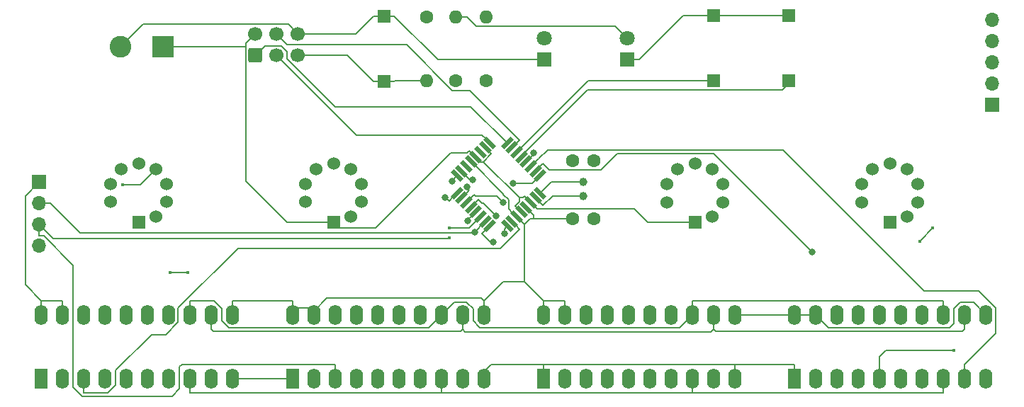
<source format=gbr>
G04 #@! TF.GenerationSoftware,KiCad,Pcbnew,6.0.4-6f826c9f35~116~ubuntu20.04.1*
G04 #@! TF.CreationDate,2022-04-12T09:58:37+02:00*
G04 #@! TF.ProjectId,numitron clock-rotated-numitrons,6e756d69-7472-46f6-9e20-636c6f636b2d,rev?*
G04 #@! TF.SameCoordinates,Original*
G04 #@! TF.FileFunction,Copper,L1,Top*
G04 #@! TF.FilePolarity,Positive*
%FSLAX46Y46*%
G04 Gerber Fmt 4.6, Leading zero omitted, Abs format (unit mm)*
G04 Created by KiCad (PCBNEW 6.0.4-6f826c9f35~116~ubuntu20.04.1) date 2022-04-12 09:58:37*
%MOMM*%
%LPD*%
G01*
G04 APERTURE LIST*
G04 Aperture macros list*
%AMRoundRect*
0 Rectangle with rounded corners*
0 $1 Rounding radius*
0 $2 $3 $4 $5 $6 $7 $8 $9 X,Y pos of 4 corners*
0 Add a 4 corners polygon primitive as box body*
4,1,4,$2,$3,$4,$5,$6,$7,$8,$9,$2,$3,0*
0 Add four circle primitives for the rounded corners*
1,1,$1+$1,$2,$3*
1,1,$1+$1,$4,$5*
1,1,$1+$1,$6,$7*
1,1,$1+$1,$8,$9*
0 Add four rect primitives between the rounded corners*
20,1,$1+$1,$2,$3,$4,$5,0*
20,1,$1+$1,$4,$5,$6,$7,0*
20,1,$1+$1,$6,$7,$8,$9,0*
20,1,$1+$1,$8,$9,$2,$3,0*%
%AMRotRect*
0 Rectangle, with rotation*
0 The origin of the aperture is its center*
0 $1 length*
0 $2 width*
0 $3 Rotation angle, in degrees counterclockwise*
0 Add horizontal line*
21,1,$1,$2,0,0,$3*%
G04 Aperture macros list end*
G04 #@! TA.AperFunction,ComponentPad*
%ADD10R,1.600000X2.400000*%
G04 #@! TD*
G04 #@! TA.AperFunction,ComponentPad*
%ADD11O,1.600000X2.400000*%
G04 #@! TD*
G04 #@! TA.AperFunction,SMDPad,CuDef*
%ADD12RotRect,1.600000X0.550000X135.000000*%
G04 #@! TD*
G04 #@! TA.AperFunction,SMDPad,CuDef*
%ADD13RotRect,1.600000X0.550000X225.000000*%
G04 #@! TD*
G04 #@! TA.AperFunction,ComponentPad*
%ADD14R,1.524000X1.524000*%
G04 #@! TD*
G04 #@! TA.AperFunction,ComponentPad*
%ADD15C,1.524000*%
G04 #@! TD*
G04 #@! TA.AperFunction,ComponentPad*
%ADD16RoundRect,0.250000X0.600000X-0.600000X0.600000X0.600000X-0.600000X0.600000X-0.600000X-0.600000X0*%
G04 #@! TD*
G04 #@! TA.AperFunction,ComponentPad*
%ADD17C,1.700000*%
G04 #@! TD*
G04 #@! TA.AperFunction,ComponentPad*
%ADD18C,1.600000*%
G04 #@! TD*
G04 #@! TA.AperFunction,ComponentPad*
%ADD19O,1.600000X1.600000*%
G04 #@! TD*
G04 #@! TA.AperFunction,ComponentPad*
%ADD20R,1.700000X1.700000*%
G04 #@! TD*
G04 #@! TA.AperFunction,ComponentPad*
%ADD21O,1.700000X1.700000*%
G04 #@! TD*
G04 #@! TA.AperFunction,ComponentPad*
%ADD22C,1.000000*%
G04 #@! TD*
G04 #@! TA.AperFunction,ComponentPad*
%ADD23R,2.600000X2.600000*%
G04 #@! TD*
G04 #@! TA.AperFunction,ComponentPad*
%ADD24C,2.600000*%
G04 #@! TD*
G04 #@! TA.AperFunction,ComponentPad*
%ADD25R,1.800000X1.800000*%
G04 #@! TD*
G04 #@! TA.AperFunction,ComponentPad*
%ADD26C,1.800000*%
G04 #@! TD*
G04 #@! TA.AperFunction,SMDPad,CuDef*
%ADD27R,1.500000X1.500000*%
G04 #@! TD*
G04 #@! TA.AperFunction,ViaPad*
%ADD28C,0.800000*%
G04 #@! TD*
G04 #@! TA.AperFunction,ViaPad*
%ADD29C,0.400000*%
G04 #@! TD*
G04 #@! TA.AperFunction,Conductor*
%ADD30C,0.200000*%
G04 #@! TD*
G04 APERTURE END LIST*
D10*
X133175000Y-127525000D03*
D11*
X135715000Y-127525000D03*
X138255000Y-127525000D03*
X140795000Y-127525000D03*
X143335000Y-127525000D03*
X145875000Y-127525000D03*
X148415000Y-127525000D03*
X150955000Y-127525000D03*
X153495000Y-127525000D03*
X156035000Y-127525000D03*
X156035000Y-119905000D03*
X153495000Y-119905000D03*
X150955000Y-119905000D03*
X148415000Y-119905000D03*
X145875000Y-119905000D03*
X143335000Y-119905000D03*
X140795000Y-119905000D03*
X138255000Y-119905000D03*
X135715000Y-119905000D03*
X133175000Y-119905000D03*
D10*
X103175000Y-127525000D03*
D11*
X105715000Y-127525000D03*
X108255000Y-127525000D03*
X110795000Y-127525000D03*
X113335000Y-127525000D03*
X115875000Y-127525000D03*
X118415000Y-127525000D03*
X120955000Y-127525000D03*
X123495000Y-127525000D03*
X126035000Y-127525000D03*
X126035000Y-119905000D03*
X123495000Y-119905000D03*
X120955000Y-119905000D03*
X118415000Y-119905000D03*
X115875000Y-119905000D03*
X113335000Y-119905000D03*
X110795000Y-119905000D03*
X108255000Y-119905000D03*
X105715000Y-119905000D03*
X103175000Y-119905000D03*
D10*
X193175000Y-127525000D03*
D11*
X195715000Y-127525000D03*
X198255000Y-127525000D03*
X200795000Y-127525000D03*
X203335000Y-127525000D03*
X205875000Y-127525000D03*
X208415000Y-127525000D03*
X210955000Y-127525000D03*
X213495000Y-127525000D03*
X216035000Y-127525000D03*
X216035000Y-119905000D03*
X213495000Y-119905000D03*
X210955000Y-119905000D03*
X208415000Y-119905000D03*
X205875000Y-119905000D03*
X203335000Y-119905000D03*
X200795000Y-119905000D03*
X198255000Y-119905000D03*
X195715000Y-119905000D03*
X193175000Y-119905000D03*
D12*
X158825305Y-109285103D03*
X159390990Y-108719417D03*
X159956676Y-108153732D03*
X160522361Y-107588047D03*
X161088047Y-107022361D03*
X161653732Y-106456676D03*
X162219417Y-105890990D03*
X162785103Y-105325305D03*
D13*
X162785103Y-103274695D03*
X162219417Y-102709010D03*
X161653732Y-102143324D03*
X161088047Y-101577639D03*
X160522361Y-101011953D03*
X159956676Y-100446268D03*
X159390990Y-99880583D03*
X158825305Y-99314897D03*
D12*
X156774695Y-99314897D03*
X156209010Y-99880583D03*
X155643324Y-100446268D03*
X155077639Y-101011953D03*
X154511953Y-101577639D03*
X153946268Y-102143324D03*
X153380583Y-102709010D03*
X152814897Y-103274695D03*
D13*
X152814897Y-105325305D03*
X153380583Y-105890990D03*
X153946268Y-106456676D03*
X154511953Y-107022361D03*
X155077639Y-107588047D03*
X155643324Y-108153732D03*
X156209010Y-108719417D03*
X156774695Y-109285103D03*
D14*
X204560000Y-108835000D03*
D15*
X206620000Y-108175000D03*
X207890000Y-106425000D03*
X207870000Y-104285000D03*
X206640000Y-102475000D03*
X204560000Y-101835000D03*
X202500000Y-102505000D03*
X201230000Y-104255000D03*
X201230000Y-106415000D03*
D14*
X181260000Y-108835000D03*
D15*
X183320000Y-108175000D03*
X184590000Y-106425000D03*
X184570000Y-104285000D03*
X183340000Y-102475000D03*
X181260000Y-101835000D03*
X179200000Y-102505000D03*
X177930000Y-104255000D03*
X177930000Y-106415000D03*
D10*
X163175000Y-127525000D03*
D11*
X165715000Y-127525000D03*
X168255000Y-127525000D03*
X170795000Y-127525000D03*
X173335000Y-127525000D03*
X175875000Y-127525000D03*
X178415000Y-127525000D03*
X180955000Y-127525000D03*
X183495000Y-127525000D03*
X186035000Y-127525000D03*
X186035000Y-119905000D03*
X183495000Y-119905000D03*
X180955000Y-119905000D03*
X178415000Y-119905000D03*
X175875000Y-119905000D03*
X173335000Y-119905000D03*
X170795000Y-119905000D03*
X168255000Y-119905000D03*
X165715000Y-119905000D03*
X163175000Y-119905000D03*
D16*
X128755000Y-88852500D03*
D17*
X128755000Y-86312500D03*
X131295000Y-88852500D03*
X131295000Y-86312500D03*
X133835000Y-88852500D03*
X133835000Y-86312500D03*
D18*
X152705000Y-91910000D03*
D19*
X152705000Y-84290000D03*
D14*
X114800000Y-108800000D03*
D15*
X116860000Y-108140000D03*
X118130000Y-106390000D03*
X118110000Y-104250000D03*
X116880000Y-102440000D03*
X114800000Y-101800000D03*
X112740000Y-102470000D03*
X111470000Y-104220000D03*
X111470000Y-106380000D03*
D18*
X166695000Y-108410000D03*
X169195000Y-108410000D03*
X149180000Y-84290000D03*
D19*
X149180000Y-91910000D03*
D14*
X138080000Y-108800000D03*
D15*
X140140000Y-108140000D03*
X141410000Y-106390000D03*
X141390000Y-104250000D03*
X140160000Y-102440000D03*
X138080000Y-101800000D03*
X136020000Y-102470000D03*
X134750000Y-104220000D03*
X134750000Y-106380000D03*
D18*
X156300000Y-91910000D03*
D19*
X156300000Y-84290000D03*
D20*
X102900000Y-104025000D03*
D21*
X102900000Y-106565000D03*
X102900000Y-109105000D03*
X102900000Y-111645000D03*
D20*
X216800000Y-94775000D03*
D21*
X216800000Y-92235000D03*
X216800000Y-89695000D03*
X216800000Y-87155000D03*
X216800000Y-84615000D03*
D22*
X167945000Y-103965000D03*
X167945000Y-105665000D03*
D23*
X117745000Y-87795000D03*
D24*
X112665000Y-87795000D03*
D25*
X163300000Y-89375000D03*
D26*
X163300000Y-86835000D03*
D25*
X173200000Y-89375000D03*
D26*
X173200000Y-86835000D03*
D27*
X183500000Y-91900000D03*
X183500000Y-84100000D03*
X192500000Y-91900000D03*
X192500000Y-84100000D03*
D18*
X166695000Y-101425000D03*
X169195000Y-101425000D03*
D27*
X144100000Y-84200000D03*
X144100000Y-92000000D03*
D28*
X154096000Y-108623000D03*
X151401000Y-105856000D03*
X195265000Y-112340000D03*
X159561000Y-104194000D03*
X158484000Y-110182000D03*
X157171000Y-111222000D03*
X154708000Y-103701000D03*
X154930000Y-110019000D03*
X152243000Y-103947000D03*
D29*
X151900000Y-110700000D03*
X151900000Y-109500000D03*
X212200000Y-124119800D03*
X209700000Y-109500000D03*
X208100000Y-111100000D03*
D28*
X158332000Y-106424000D03*
X157517000Y-108023000D03*
X162010000Y-100520000D03*
X154056000Y-104554000D03*
D29*
X118600000Y-114800000D03*
X120700000Y-114800000D03*
X112865000Y-104306200D03*
D30*
X155333700Y-101268100D02*
X155589800Y-101524200D01*
X154327900Y-100262200D02*
X154050600Y-100539500D01*
X162403500Y-107206400D02*
X162427700Y-107182200D01*
X156958700Y-100630400D02*
X156958700Y-100630300D01*
X175635000Y-108835000D02*
X173982200Y-107182200D01*
X160743400Y-105867500D02*
X160904000Y-105706900D01*
X162427700Y-107182200D02*
X173982200Y-107182200D01*
X127642700Y-103942700D02*
X127642700Y-87795000D01*
X156209000Y-99880600D02*
X156958700Y-100630300D01*
X160522400Y-107588000D02*
X159772700Y-106838200D01*
X160286600Y-106324300D02*
X159772700Y-106838200D01*
X160286600Y-105867500D02*
X160286600Y-106324300D01*
X138760000Y-109500000D02*
X143100000Y-109500000D01*
X160286600Y-105867500D02*
X160743400Y-105867500D01*
X138080000Y-108820000D02*
X138760000Y-109500000D01*
X117745000Y-87795000D02*
X119305300Y-87795000D01*
X155650600Y-101585000D02*
X156004100Y-101585000D01*
X127642700Y-87424800D02*
X127642700Y-87795000D01*
X155333700Y-101268100D02*
X155077600Y-101012000D01*
X128755000Y-86312500D02*
X127642700Y-87424800D01*
X156004100Y-101585000D02*
X160286600Y-105867500D01*
X155589800Y-101524200D02*
X155650600Y-101585000D01*
X181260000Y-108835000D02*
X175635000Y-108835000D01*
X138080000Y-108800000D02*
X132500000Y-108800000D01*
X161653700Y-106456700D02*
X160904000Y-105706900D01*
X156004100Y-101585000D02*
X156958700Y-100630400D01*
X154050600Y-100539500D02*
X152060500Y-100539500D01*
X119305300Y-87795000D02*
X127642700Y-87795000D01*
X132500000Y-108800000D02*
X127642700Y-103942700D01*
X155077600Y-101012000D02*
X154327900Y-100262200D01*
X161653700Y-106456700D02*
X162403500Y-107206400D01*
X143100000Y-109500000D02*
X152060500Y-100539500D01*
X138080000Y-108800000D02*
X138080000Y-108820000D01*
X149180000Y-91910000D02*
X145440000Y-91910000D01*
X154618000Y-108047500D02*
X154158000Y-108507000D01*
X154618100Y-108047500D02*
X155077600Y-107588000D01*
X142850000Y-92000000D02*
X139702000Y-88852500D01*
X154158000Y-108507000D02*
X154158000Y-108561000D01*
X139702000Y-88852500D02*
X133835000Y-88852500D01*
X155078000Y-107588000D02*
X154618000Y-108047500D01*
X145350000Y-92000000D02*
X144100000Y-92000000D01*
X145440000Y-91910000D02*
X145350000Y-92000000D01*
X154618000Y-108047500D02*
X154618100Y-108047500D01*
X144100000Y-92000000D02*
X142850000Y-92000000D01*
X154158000Y-108561000D02*
X154096000Y-108623000D01*
X160522361Y-101011953D02*
X160522361Y-100877639D01*
X168400000Y-93000000D02*
X191700000Y-93000000D01*
X191700000Y-93000000D02*
X192500000Y-92200000D01*
X192500000Y-92200000D02*
X192500000Y-91900000D01*
X160522361Y-100877639D02*
X168400000Y-93000000D01*
X124765000Y-120612000D02*
X125567000Y-121415000D01*
X154765000Y-120617000D02*
X154765000Y-119188000D01*
X152355500Y-105784500D02*
X152815000Y-105325000D01*
X180955000Y-118205000D02*
X210955000Y-118205000D01*
X120955000Y-119905000D02*
X120955000Y-118205000D01*
X151401000Y-105856000D02*
X151507000Y-105856000D01*
X155600000Y-121453000D02*
X154765000Y-120617000D01*
X151896000Y-106244000D02*
X152355500Y-105784500D01*
X152505000Y-118355000D02*
X150955000Y-119905000D01*
X152355700Y-105784500D02*
X152814900Y-105325300D01*
X179407000Y-121453000D02*
X155600000Y-121453000D01*
X123808000Y-118205000D02*
X124765000Y-119162000D01*
X124765000Y-119162000D02*
X124765000Y-120612000D01*
X151507000Y-105856000D02*
X151896000Y-106244000D01*
X154765000Y-119188000D02*
X153932000Y-118355000D01*
X125567000Y-121415000D02*
X149445000Y-121415000D01*
X120955000Y-118205000D02*
X123808000Y-118205000D01*
X153932000Y-118355000D02*
X152505000Y-118355000D01*
X152355500Y-105784500D02*
X152355700Y-105784500D01*
X180955000Y-119905000D02*
X179407000Y-121453000D01*
X210955000Y-118205000D02*
X210955000Y-119905000D01*
X180955000Y-119905000D02*
X180955000Y-118205000D01*
X149445000Y-121415000D02*
X150955000Y-119905000D01*
X168503000Y-91900000D02*
X159957000Y-100446000D01*
X159957000Y-100446000D02*
X159956700Y-100446300D01*
X183500000Y-91900000D02*
X168503000Y-91900000D01*
X154410000Y-93061000D02*
X152295000Y-93061000D01*
X159391000Y-99880600D02*
X160310000Y-98961300D01*
X146817000Y-87582500D02*
X132565000Y-87582500D01*
X160310000Y-98961300D02*
X154410000Y-93061000D01*
X132565000Y-87582500D02*
X131295000Y-86312500D01*
X152295000Y-93061000D02*
X146817000Y-87582500D01*
X129906000Y-87701700D02*
X131817000Y-87701700D01*
X131817000Y-87701700D02*
X132565000Y-88449700D01*
X132565000Y-89279900D02*
X138273000Y-94987600D01*
X154498000Y-94987600D02*
X158825000Y-99314900D01*
X138273000Y-94987600D02*
X154498000Y-94987600D01*
X128755000Y-88852500D02*
X129906000Y-87701700D01*
X158825300Y-99314900D02*
X158825000Y-99314900D01*
X132565000Y-88449700D02*
X132565000Y-89279900D01*
X131295000Y-88852500D02*
X140838000Y-98395700D01*
X140838000Y-98395700D02*
X155856000Y-98395700D01*
X156774700Y-99314500D02*
X156774700Y-99314900D01*
X156315500Y-98855300D02*
X156775000Y-99314900D01*
X156315500Y-98855300D02*
X156774700Y-99314500D01*
X155856000Y-98395700D02*
X156315500Y-98855300D01*
X132677000Y-85154200D02*
X133835000Y-86312500D01*
X193175000Y-119905000D02*
X186035000Y-119905000D01*
X162007000Y-108410000D02*
X161539000Y-108410000D01*
X193175000Y-127525000D02*
X193175000Y-125825000D01*
X126035000Y-119905000D02*
X126035000Y-118205000D01*
X212225000Y-120925000D02*
X212225000Y-119176000D01*
X160876000Y-115906000D02*
X158334000Y-115906000D01*
X150525000Y-89375000D02*
X145350000Y-84200000D01*
X140738000Y-86312500D02*
X142850000Y-84200000D01*
X193175000Y-125825000D02*
X186035000Y-125825000D01*
X142850000Y-84200000D02*
X144100000Y-84200000D01*
X156885000Y-125825000D02*
X163175000Y-125825000D01*
X211735000Y-121415000D02*
X212225000Y-120925000D01*
X159038000Y-106139000D02*
X158392000Y-105494000D01*
X126035000Y-118205000D02*
X133175000Y-118205000D01*
X163300000Y-89375000D02*
X150525000Y-89375000D01*
X105715000Y-118205000D02*
X103175000Y-118205000D01*
X133175000Y-127525000D02*
X126035000Y-127525000D01*
X156035000Y-126675000D02*
X156885000Y-125825000D01*
X133835000Y-86312500D02*
X140738000Y-86312500D01*
X160876000Y-109073000D02*
X160876000Y-115906000D01*
X112665000Y-87795000D02*
X115306000Y-85154200D01*
X159957000Y-108154000D02*
X159497500Y-107694000D01*
X162007000Y-107942000D02*
X162007000Y-108410000D01*
X155742000Y-117912000D02*
X156035000Y-118205000D01*
X102900000Y-104025000D02*
X101256000Y-105669000D01*
X137283000Y-117912000D02*
X155742000Y-117912000D01*
X133175000Y-119905000D02*
X133175000Y-119055000D01*
X158392000Y-105494000D02*
X158392000Y-105458000D01*
X159038000Y-107234000D02*
X159038000Y-106139000D01*
X115306000Y-85154200D02*
X132677000Y-85154200D01*
X160876000Y-115906000D02*
X163175000Y-118205000D01*
X156035000Y-119905000D02*
X156035000Y-118205000D01*
X156035000Y-127525000D02*
X156035000Y-126675000D01*
X160876000Y-109073000D02*
X159957000Y-108154000D01*
X135715000Y-119905000D02*
X135715000Y-119480000D01*
X163175000Y-119905000D02*
X163175000Y-118205000D01*
X135715000Y-119055000D02*
X135715000Y-119480000D01*
X154512000Y-101577600D02*
X154512000Y-101578000D01*
X212225000Y-119176000D02*
X212996000Y-118405000D01*
X101256000Y-116286000D02*
X103175000Y-118205000D01*
X174600000Y-89375000D02*
X179875000Y-84100000D01*
X212996000Y-118405000D02*
X214535000Y-118405000D01*
X145350000Y-84200000D02*
X144100000Y-84200000D01*
X165715000Y-119905000D02*
X165715000Y-118205000D01*
X163175000Y-125825000D02*
X186035000Y-125825000D01*
X158392000Y-105458000D02*
X154512000Y-101578000D01*
X179875000Y-84100000D02*
X183500000Y-84100000D01*
X133175000Y-118205000D02*
X133175000Y-119055000D01*
X133175000Y-119055000D02*
X135715000Y-119055000D01*
X163175000Y-127525000D02*
X163175000Y-125825000D01*
X159956700Y-108153200D02*
X159956700Y-108153700D01*
X158334000Y-115906000D02*
X156035000Y-118205000D01*
X183500000Y-84100000D02*
X192500000Y-84100000D01*
X135715000Y-119480000D02*
X137283000Y-117912000D01*
X161088200Y-107022200D02*
X162007000Y-107942000D01*
X165715000Y-118205000D02*
X163175000Y-118205000D01*
X166695000Y-108410000D02*
X162007000Y-108410000D01*
X186035000Y-127525000D02*
X186035000Y-125825000D01*
X195715000Y-119905000D02*
X193175000Y-119905000D01*
X101256000Y-105669000D02*
X101256000Y-116286000D01*
X195715000Y-119905000D02*
X197225000Y-121415000D01*
X103175000Y-119905000D02*
X103175000Y-118205000D01*
X161539000Y-108410000D02*
X160876000Y-109073000D01*
X173200000Y-89375000D02*
X174600000Y-89375000D01*
X214535000Y-118405000D02*
X216035000Y-119905000D01*
X159497500Y-107694000D02*
X159038000Y-107234000D01*
X159497500Y-107694000D02*
X159956700Y-108153200D01*
X197225000Y-121415000D02*
X211735000Y-121415000D01*
X105715000Y-119905000D02*
X105715000Y-118205000D01*
X164145000Y-103965000D02*
X162785100Y-105324900D01*
X162785100Y-105324900D02*
X162785000Y-105325000D01*
X162785100Y-105324900D02*
X162785100Y-105325300D01*
X167945000Y-103965000D02*
X164145000Y-103965000D01*
X163139000Y-106810000D02*
X164284000Y-105665000D01*
X162679000Y-106350500D02*
X162678900Y-106350500D01*
X162219000Y-105891000D02*
X162679000Y-106350500D01*
X164284000Y-105665000D02*
X167945000Y-105665000D01*
X162679000Y-106350500D02*
X163139000Y-106810000D01*
X162678900Y-106350500D02*
X162219400Y-105891000D01*
X213495000Y-127525000D02*
X213495000Y-125825000D01*
X162606000Y-101224000D02*
X163667000Y-100164000D01*
X213495000Y-125825000D02*
X217172000Y-122148000D01*
X163667000Y-100164000D02*
X191764000Y-100164000D01*
X208615000Y-117015000D02*
X191764000Y-100164000D01*
X217172000Y-119057000D02*
X215129000Y-117015000D01*
X217172000Y-122148000D02*
X217172000Y-119057000D01*
X162573000Y-101224000D02*
X162606000Y-101224000D01*
X215129000Y-117015000D02*
X208615000Y-117015000D01*
X161654000Y-102143000D02*
X162573000Y-101224000D01*
X161654000Y-102143000D02*
X161653700Y-102143300D01*
X162679000Y-102249500D02*
X163139000Y-101790000D01*
X162678900Y-102249500D02*
X162219400Y-102709000D01*
X171976000Y-100568000D02*
X183493000Y-100568000D01*
X170008000Y-102535000D02*
X171976000Y-100568000D01*
X163884000Y-102535000D02*
X170008000Y-102535000D01*
X183493000Y-100568000D02*
X195265000Y-112340000D01*
X162219000Y-102709000D02*
X162679000Y-102249500D01*
X162679000Y-102249500D02*
X162678900Y-102249500D01*
X163139000Y-101790000D02*
X163884000Y-102535000D01*
X162785100Y-103274900D02*
X162785100Y-103274700D01*
X162785000Y-103275000D02*
X161866000Y-104194000D01*
X162785000Y-103275000D02*
X162785100Y-103274900D01*
X161866000Y-104194000D02*
X159561000Y-104194000D01*
X116343000Y-122257000D02*
X118049000Y-122257000D01*
X160310000Y-109639000D02*
X159850500Y-109179000D01*
X119515000Y-120791000D02*
X119515000Y-119064000D01*
X158027000Y-111922000D02*
X160310000Y-109639000D01*
X108255000Y-129225000D02*
X111105000Y-129225000D01*
X111105000Y-129225000D02*
X112065000Y-128265000D01*
X112065000Y-128265000D02*
X112065000Y-126535000D01*
X119515000Y-119064000D02*
X126658000Y-111922000D01*
X159391000Y-108719500D02*
X159391000Y-108719400D01*
X159850500Y-109179000D02*
X159391000Y-108719500D01*
X108255000Y-127525000D02*
X108255000Y-129225000D01*
X112065000Y-126535000D02*
X116343000Y-122257000D01*
X118049000Y-122257000D02*
X119515000Y-120791000D01*
X159850500Y-109179000D02*
X159391000Y-108719000D01*
X126658000Y-111922000D02*
X158027000Y-111922000D01*
X158654500Y-109455500D02*
X158825000Y-109285000D01*
X158484000Y-109626000D02*
X158654500Y-109455500D01*
X158484000Y-110182000D02*
X158484000Y-109626000D01*
X158654500Y-109455500D02*
X158654900Y-109455500D01*
X158654900Y-109455500D02*
X158825300Y-109285100D01*
X156873000Y-111222000D02*
X155856000Y-110204000D01*
X155856000Y-110204000D02*
X156774700Y-109285300D01*
X157171000Y-111222000D02*
X156873000Y-111222000D01*
X153876600Y-103205000D02*
X153380600Y-102709000D01*
X154373000Y-103701000D02*
X154708000Y-103701000D01*
X123745000Y-121855000D02*
X153245000Y-121855000D01*
X153495000Y-121605000D02*
X153804000Y-121914000D01*
X153381000Y-102709000D02*
X153877000Y-103205000D01*
X123495000Y-121605000D02*
X123745000Y-121855000D01*
X153245000Y-121855000D02*
X153495000Y-121605000D01*
X153804000Y-121914000D02*
X183186000Y-121914000D01*
X213495000Y-119905000D02*
X213495000Y-121605000D01*
X183744000Y-121854000D02*
X183495000Y-121605000D01*
X213246000Y-121854000D02*
X183744000Y-121854000D01*
X153877000Y-103205000D02*
X154373000Y-103701000D01*
X123495000Y-119905000D02*
X123495000Y-121605000D01*
X153877000Y-103205000D02*
X153876600Y-103205000D01*
X183495000Y-119905000D02*
X183495000Y-121605000D01*
X183186000Y-121914000D02*
X183495000Y-121605000D01*
X153495000Y-119905000D02*
X153495000Y-121605000D01*
X213495000Y-121605000D02*
X213246000Y-121854000D01*
X155290000Y-109639000D02*
X155290000Y-109658000D01*
X156209000Y-108719500D02*
X156209000Y-108719400D01*
X155290000Y-109658000D02*
X154930000Y-110019000D01*
X155749500Y-109179000D02*
X156209000Y-108719500D01*
X107806098Y-110106098D02*
X107806098Y-110122000D01*
X102900000Y-106565000D02*
X104265000Y-106565000D01*
X156209000Y-108719000D02*
X155749500Y-109179000D01*
X154827000Y-110122000D02*
X154930000Y-110019000D01*
X107806098Y-110122000D02*
X154827000Y-110122000D01*
X104265000Y-106565000D02*
X107806098Y-110106098D01*
X155749500Y-109179000D02*
X155290000Y-109639000D01*
X180955000Y-127525000D02*
X180955000Y-129225000D01*
X152814900Y-103275100D02*
X152814900Y-103274700D01*
X180955000Y-129225000D02*
X150955000Y-129225000D01*
X120955000Y-129225000D02*
X150955000Y-129225000D01*
X120955000Y-127525000D02*
X120955000Y-129225000D01*
X210955000Y-127525000D02*
X210955000Y-129225000D01*
X210955000Y-129225000D02*
X180955000Y-129225000D01*
X152815000Y-103275000D02*
X152814900Y-103275100D01*
X150955000Y-127525000D02*
X150955000Y-129225000D01*
X152814900Y-103275100D02*
X152243000Y-103847000D01*
X152243000Y-103847000D02*
X152243000Y-103947000D01*
X154296160Y-109500000D02*
X154348080Y-109448080D01*
X106985000Y-128555000D02*
X108087000Y-129658000D01*
X102900000Y-109105000D02*
X102900000Y-110455000D01*
X128100000Y-110800000D02*
X151800000Y-110800000D01*
X151900000Y-109500000D02*
X154296160Y-109500000D01*
X155643300Y-108153700D02*
X155643000Y-108154000D01*
X155643000Y-108154000D02*
X154348080Y-109448080D01*
X119700000Y-126100000D02*
X119975000Y-125825000D01*
X106985000Y-113981000D02*
X106985000Y-128555000D01*
X108087000Y-129658000D02*
X118792000Y-129658000D01*
X104595000Y-110800000D02*
X128100000Y-110800000D01*
X119975000Y-125825000D02*
X138255000Y-125825000D01*
X118792000Y-129658000D02*
X119700000Y-128750000D01*
X119700000Y-128750000D02*
X119700000Y-126100000D01*
X138255000Y-125825000D02*
X138255000Y-127525000D01*
X102900000Y-110455000D02*
X103459000Y-110455000D01*
X103459000Y-110455000D02*
X106985000Y-113981000D01*
X151800000Y-110800000D02*
X151900000Y-110700000D01*
X102900000Y-109105000D02*
X104595000Y-110800000D01*
X203335000Y-127525000D02*
X203325000Y-127525000D01*
X203325000Y-124875000D02*
X204080200Y-124119800D01*
X203325000Y-127525000D02*
X203325000Y-124875000D01*
X204080200Y-124119800D02*
X212200000Y-124119800D01*
X208200000Y-111000000D02*
X208100000Y-111100000D01*
X209700000Y-109500000D02*
X208200000Y-111000000D01*
X155124000Y-85408700D02*
X171774000Y-85408700D01*
X171774000Y-85408700D02*
X173200000Y-86835000D01*
X152705000Y-84290000D02*
X154005000Y-84290000D01*
X154005000Y-84290000D02*
X155124000Y-85408700D01*
X155025000Y-105697000D02*
X157605000Y-105697000D01*
X153946300Y-106456700D02*
X154866000Y-105537000D01*
X157605000Y-105697000D02*
X158332000Y-106424000D01*
X154866000Y-105537000D02*
X155025000Y-105697000D01*
X154512000Y-107022000D02*
X154512000Y-107022400D01*
X155840000Y-106512000D02*
X156006000Y-106512000D01*
X154512000Y-107022000D02*
X155431000Y-106103000D01*
X156006000Y-106512000D02*
X157517000Y-108023000D01*
X155431000Y-106103000D02*
X155840000Y-106512000D01*
X161088000Y-101578000D02*
X161547500Y-101118000D01*
X161547500Y-101118000D02*
X162007000Y-100658000D01*
X162007000Y-100523000D02*
X162010000Y-100520000D01*
X161088000Y-101577500D02*
X161088000Y-101577600D01*
X161547500Y-101118000D02*
X161088000Y-101577500D01*
X162007000Y-100658000D02*
X162007000Y-100523000D01*
X154300000Y-104972000D02*
X154056000Y-104728000D01*
X153381000Y-105891000D02*
X153840500Y-105431500D01*
X153840100Y-105431500D02*
X153380600Y-105891000D01*
X154056000Y-104728000D02*
X154056000Y-104554000D01*
X153840500Y-105431500D02*
X154300000Y-104972000D01*
X153840500Y-105431500D02*
X153840100Y-105431500D01*
X120700000Y-114800000D02*
X118600000Y-114800000D01*
X115013900Y-104306100D02*
X112865000Y-104306100D01*
X116880000Y-102440000D02*
X115013900Y-104306100D01*
X112865000Y-104306100D02*
X112865000Y-104306200D01*
M02*

</source>
